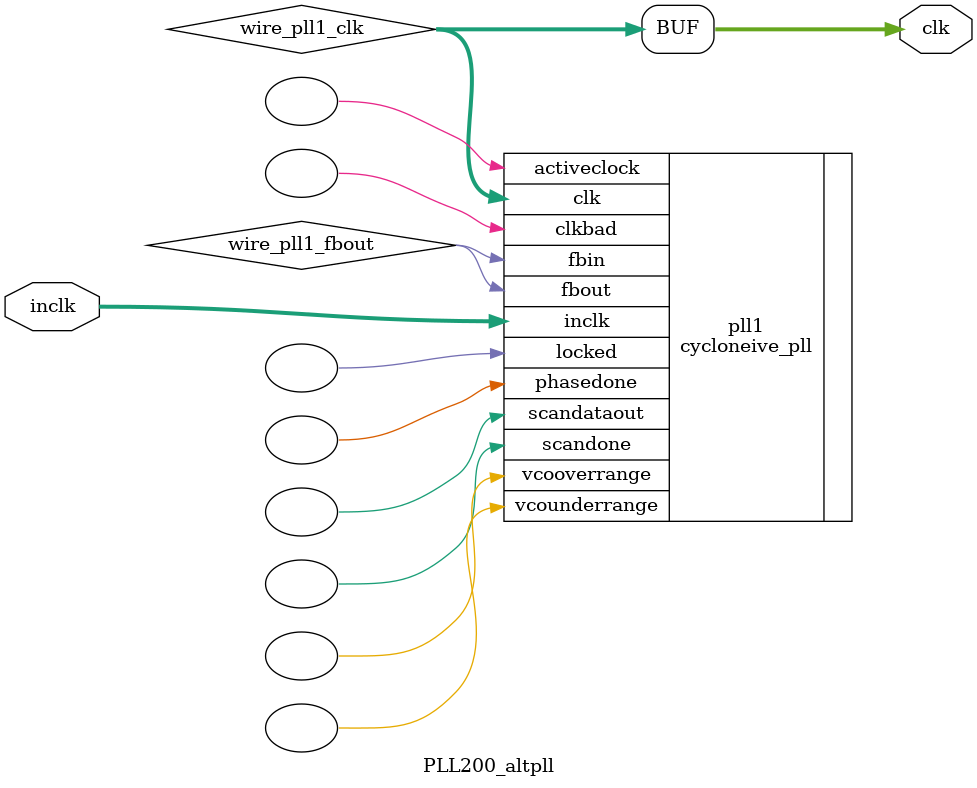
<source format=v>






//synthesis_resources = cycloneive_pll 1 
//synopsys translate_off
`timescale 1 ps / 1 ps
//synopsys translate_on
module  PLL200_altpll
	( 
	clk,
	inclk) /* synthesis synthesis_clearbox=1 */;
	output   [4:0]  clk;
	input   [1:0]  inclk;
`ifndef ALTERA_RESERVED_QIS
// synopsys translate_off
`endif
	tri0   [1:0]  inclk;
`ifndef ALTERA_RESERVED_QIS
// synopsys translate_on
`endif

	wire  [4:0]   wire_pll1_clk;
	wire  wire_pll1_fbout;

	cycloneive_pll   pll1
	( 
	.activeclock(),
	.clk(wire_pll1_clk),
	.clkbad(),
	.fbin(wire_pll1_fbout),
	.fbout(wire_pll1_fbout),
	.inclk(inclk),
	.locked(),
	.phasedone(),
	.scandataout(),
	.scandone(),
	.vcooverrange(),
	.vcounderrange()
	`ifndef FORMAL_VERIFICATION
	// synopsys translate_off
	`endif
	,
	.areset(1'b0),
	.clkswitch(1'b0),
	.configupdate(1'b0),
	.pfdena(1'b1),
	.phasecounterselect({3{1'b0}}),
	.phasestep(1'b0),
	.phaseupdown(1'b0),
	.scanclk(1'b0),
	.scanclkena(1'b1),
	.scandata(1'b0)
	`ifndef FORMAL_VERIFICATION
	// synopsys translate_on
	`endif
	);
	defparam
		pll1.bandwidth_type = "auto",
		pll1.clk0_divide_by = 1,
		pll1.clk0_duty_cycle = 50,
		pll1.clk0_multiply_by = 4,
		pll1.clk0_phase_shift = "0",
		pll1.compensate_clock = "clk0",
		pll1.inclk0_input_frequency = 20000,
		pll1.operation_mode = "normal",
		pll1.pll_type = "auto",
		pll1.lpm_type = "cycloneive_pll";
	assign
		clk = {wire_pll1_clk[4:0]};
endmodule //PLL200_altpll
//VALID FILE

</source>
